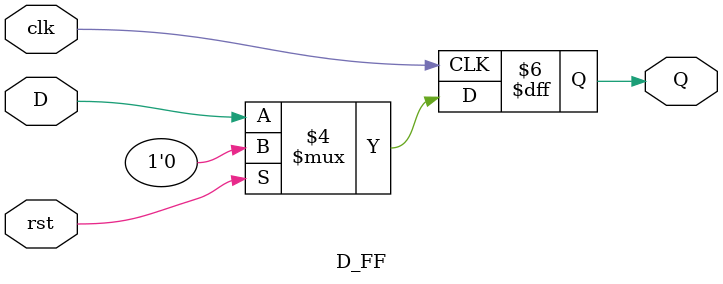
<source format=v>
module D_FF(D,
            Q,
            rst,
            clk);
    input D, clk, rst;
    output reg Q;
    
    always @(posedge clk) begin
        if (rst == 1) Q = 0;
        else Q  = D;
    end
endmodule
    
    

</source>
